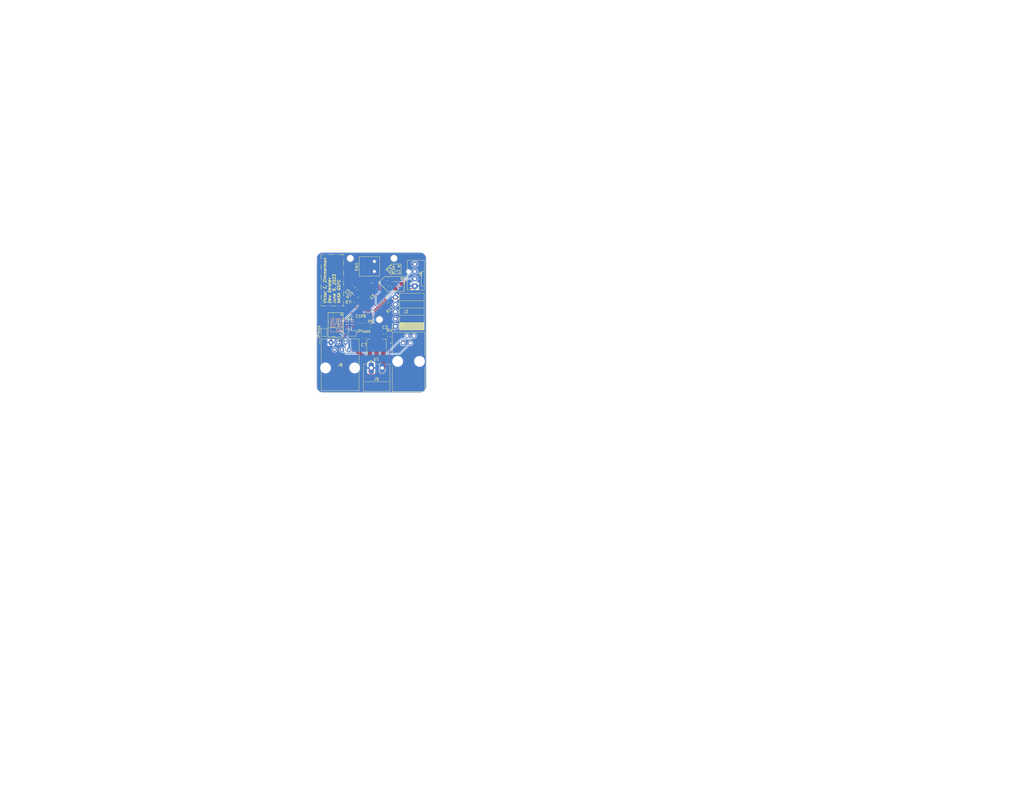
<source format=kicad_pcb>
(kicad_pcb (version 20221018) (generator pcbnew)
  (layers (0 "F.Cu" signal) (31 "B.Cu" signal) (34 "B.Paste" user) (35 "F.Paste" user) (36 "B.SilkS" user "B.Silkscreen") (37 "F.SilkS" user "F.Silkscreen") (38 "B.Mask" user) (39 "F.Mask" user) (44 "Edge.Cuts" user))
  (net 0 "")
  (net 1 "+12C")
  (net 2 "Earth")
  (net 3 "PIN6")
  (net 4 "PIN2")
  (net 5 "+3V3")
  (net 6 "SDA")
  (net 7 "SCL")
  (net 8 "+12V")
  (net 9 "MOSFET")
  (net 10 "Net-(U1-ADJ)")
  (net 11 "Net-(U3-NRST)")
  (net 12 "Net-(Q1-G)")
  (net 13 "OSCIN")
  (net 18 "Net-(C4-Pad2)")
  (net 19 "OSCOUT")
  (net 38 "/SWIO")
  (net 39 "/SWCLK")
  (net 46 "WET2")
  (net 47 "WET1")
  (net 48 "/Boot")
  (net 50 "PA0")
  (net 53 "PB5")
  (footprint "footprints:BEL_SS-6444-NF" (layer "F.Cu") (at 123.952 124.311)
    (fp_text reference "J3" (at -2.475 -12.805) (layer "F.SilkS"))
    (fp_text value "4P4C")
    (pad "" np_thru_hole circle (at -3.81 0) (size 3.25 3.25) (drill 3.25) (layers "*.Cu" "*.Mask"))
    (pad "" np_thru_hole circle (at 3.81 0) (size 3.25 3.25) (drill 3.25) (layers "*.Cu" "*.Mask"))
    (pad "1" thru_hole rect (at -1.905 -6.35) (size 1.478 1.478) (drill 0.97) (layers "*.Cu" "*.Mask"))
    (pad "2" thru_hole circle (at -0.635 -8.89) (size 1.478 1.478) (drill 0.97) (layers "*.Cu" "*.Mask"))
    (pad "3" thru_hole circle (at 0.635 -6.35) (size 1.478 1.478) (drill 0.97) (layers "*.Cu" "*.Mask") (net 46 "WET2"))
    (pad "4" thru_hole circle (at 1.905 -8.89) (size 1.478 1.478) (drill 0.97) (layers "*.Cu" "*.Mask") (net 47 "WET1"))
  )
  (footprint "footprints:228EJVAYFR" (layer "F.Cu") (at 110.320431 91.2114 -90)
    (fp_text reference "SW1" (at 0.127 4.478631 90 unlocked) (layer "F.SilkS"))
    (fp_text value "SW_Push" hide)
    (fp_circle (center -1.75 -1.7) (end -1.25 -1.7) (stroke (width 0.12)) (fill none) (layer "Edge.Cuts"))
    (fp_circle (center 1.75 -1.7) (end 2.25 -1.7) (stroke (width 0.12)) (fill none) (layer "Edge.Cuts"))
    (pad "1" smd roundrect (at -3.175 -2.5 270) (size 2.2 1) (layers "F.Cu" "F.Paste" "F.Mask") (roundrect_rratio 0.1) (net 2 "Earth"))
    (pad "2" smd roundrect (at 3.175 -0.9 270) (size 2.2 1) (layers "F.Cu" "F.Paste" "F.Mask") (roundrect_rratio 0.1) (net 11 "Net-(U3-NRST)"))
    (pad "3" smd roundrect (at -3.175 -0.9 270) (size 2.2 1) (layers "F.Cu" "F.Paste" "F.Mask") (roundrect_rratio 0.1))
    (pad "3" smd roundrect (at 3.175 -2.5 270) (size 2.2 1) (layers "F.Cu" "F.Paste" "F.Mask") (roundrect_rratio 0.1))
    (pad "5" smd roundrect (at 3.175 0.9 270) (size 2.2 1) (layers "F.Cu" "F.Paste" "F.Mask") (roundrect_rratio 0.1))
    (pad "6" smd roundrect (at -3.175 2.5 270) (size 2.2 1) (layers "F.Cu" "F.Paste" "F.Mask") (roundrect_rratio 0.1))
    (pad "7" smd roundrect (at 3.175 2.5 270) (size 2.2 1) (layers "F.Cu" "F.Paste" "F.Mask") (roundrect_rratio 0.1))
  )
  (footprint "Resistor_SMD:R_0603_1608Metric_Pad0.98x0.95mm_HandSolder" (layer "F.Cu") (at 108.204 110.9472 -90)
    (fp_text reference "R6" (at -2.4384 0.0254 -180) (layer "F.SilkS"))
    (fp_text value "R" hide)
    (pad "1" smd roundrect (at -0.9125 0 270) (size 0.975 0.95) (layers "F.Cu" "F.Paste" "F.Mask") (net 2 "Earth"))
    (pad "2" smd roundrect (at 0.9125 0 270) (size 0.975 0.95) (layers "F.Cu" "F.Paste" "F.Mask") (net 10 "Net-(U1-ADJ)"))
  )
  (footprint "Resistor_SMD:R_0603_1608Metric_Pad0.98x0.95mm_HandSolder" (layer "F.Cu") (at 104.5718 103.6828 -90)
    (fp_text reference "R7" (at 0.0254 1.6764 -180) (layer "F.SilkS"))
    (fp_text value "1.5k" hide)
    (pad "1" smd roundrect (at -0.9125 0 270) (size 0.975 0.95) (layers "F.Cu" "F.Paste" "F.Mask") (net 2 "Earth"))
    (pad "2" smd roundrect (at 0.9125 0 270) (size 0.975 0.95) (layers "F.Cu" "F.Paste" "F.Mask") (net 50 "PA0"))
  )
  (footprint "Package_TO_SOT_SMD:SOT-23" (layer "F.Cu") (at 97.8685 114.046)
    (fp_text reference "Q1" (at 1.5619 -0.7186) (layer "B.SilkS") (effects (justify mirror)))
    (fp_text value "MOSFET N-CH" hide)
    (pad "1" smd roundrect (at -0.9375 -0.95) (size 1.475 0.6) (layers "F.Cu" "F.Paste" "F.Mask") (net 12 "Net-(Q1-G)"))
    (pad "2" smd roundrect (at -0.9375 0.95) (size 1.475 0.6) (layers "F.Cu" "F.Paste" "F.Mask") (net 2 "Earth"))
    (pad "3" smd roundrect (at 0.9375 0) (size 1.475 0.6) (layers "F.Cu" "F.Paste" "F.Mask") (net 9 "MOSFET"))
  )
  (footprint "Resistor_SMD:R_0603_1608Metric_Pad0.98x0.95mm_HandSolder" (layer "F.Cu") (at 96.7232 110.5897 90)
    (fp_text reference "R1" (at -1.2391 3.4946 90) (layer "B.SilkS") (effects (justify mirror)))
    (fp_text value "R" hide)
    (pad "1" smd roundrect (at -0.9125 0 90) (size 0.975 0.95) (layers "F.Cu" "F.Paste" "F.Mask") (net 12 "Net-(Q1-G)"))
    (pad "2" smd roundrect (at 0.9125 0 90) (size 0.975 0.95) (layers "F.Cu" "F.Paste" "F.Mask") (net 3 "PIN6"))
  )
  (footprint "Resistor_SMD:R_0603_1608Metric_Pad0.98x0.95mm_HandSolder" (layer "F.Cu") (at 97.6376 108.1532 180)
    (fp_text reference "R3" (at -1.8182 -2.0754) (layer "B.SilkS") (effects (justify mirror)))
    (fp_text value "R" hide)
    (pad "1" smd roundrect (at -0.9125 0 180) (size 0.975 0.95) (layers "F.Cu" "F.Paste" "F.Mask") (net 2 "Earth"))
    (pad "2" smd roundrect (at 0.9125 0 180) (size 0.975 0.95) (layers "F.Cu" "F.Paste" "F.Mask") (net 3 "PIN6"))
  )
  (footprint "Capacitor_SMD:C_0603_1608Metric_Pad1.08x0.95mm_HandSolder" (layer "F.Cu") (at 106.4768 110.8964 90)
    (fp_text reference "C1" (at 2.3114 -0.0762 180) (layer "F.SilkS"))
    (fp_text value "C" hide)
    (pad "1" smd roundrect (at -0.8625 0 90) (size 1.075 0.95) (layers "F.Cu" "F.Paste" "F.Mask") (net 8 "+12V"))
    (pad "2" smd roundrect (at 0.8625 0 90) (size 1.075 0.95) (layers "F.Cu" "F.Paste" "F.Mask") (net 2 "Earth"))
  )
  (footprint "Package_QFP:LQFP-48_7x7mm_P0.5mm" (layer "F.Cu") (at 111.252 101.9048 -135)
    (fp_text reference "U3" (at -0.053882 0.017961 45) (layer "F.SilkS"))
    (fp_text value "STM32F103C6Tx" hide)
    (pad "1" smd roundrect (at -4.1625 -2.75 225) (size 1.475 0.3) (layers "F.Cu" "F.Paste" "F.Mask"))
    (pad "2" smd roundrect (at -4.1625 -2.25 225) (size 1.475 0.3) (layers "F.Cu" "F.Paste" "F.Mask"))
    (pad "3" smd roundrect (at -4.1625 -1.75 225) (size 1.475 0.3) (layers "F.Cu" "F.Paste" "F.Mask"))
    (pad "4" smd roundrect (at -4.1625 -1.25 225) (size 1.475 0.3) (layers "F.Cu" "F.Paste" "F.Mask"))
    (pad "5" smd roundrect (at -4.1625 -0.75 225) (size 1.475 0.3) (layers "F.Cu" "F.Paste" "F.Mask") (net 13 "OSCIN"))
    (pad "6" smd roundrect (at -4.1625 -0.25 225) (size 1.475 0.3) (layers "F.Cu" "F.Paste" "F.Mask") (net 19 "OSCOUT"))
    (pad "7" smd roundrect (at -4.1625 0.25 225) (size 1.475 0.3) (layers "F.Cu" "F.Paste" "F.Mask") (net 11 "Net-(U3-NRST)"))
    (pad "8" smd roundrect (at -4.1625 0.75 225) (size 1.475 0.3) (layers "F.Cu" "F.Paste" "F.Mask") (net 2 "Earth"))
    (pad "9" smd roundrect (at -4.1625 1.25 225) (size 1.475 0.3) (layers "F.Cu" "F.Paste" "F.Mask") (net 5 "+3V3"))
    (pad "10" smd roundrect (at -4.1625 1.75 225) (size 1.475 0.3) (layers "F.Cu" "F.Paste" "F.Mask"))
    (pad "11" smd roundrect (at -4.1625 2.25 225) (size 1.475 0.3) (layers "F.Cu" "F.Paste" "F.Mask"))
    (pad "12" smd roundrect (at -4.1625 2.75 225) (size 1.475 0.3) (layers "F.Cu" "F.Paste" "F.Mask"))
    (pad "13" smd roundrect (at -2.75 4.1625 225) (size 0.3 1.475) (layers "F.Cu" "F.Paste" "F.Mask"))
    (pad "14" smd roundrect (at -2.25 4.1625 225) (size 0.3 1.475) (layers "F.Cu" "F.Paste" "F.Mask"))
    (pad "15" smd roundrect (at -1.75 4.1625 225) (size 0.3 1.475) (layers "F.Cu" "F.Paste" "F.Mask"))
    (pad "16" smd roundrect (at -1.25 4.1625 225) (size 0.3 1.475) (layers "F.Cu" "F.Paste" "F.Mask"))
    (pad "17" smd roundrect (at -0.75 4.1625 225) (size 0.3 1.475) (layers "F.Cu" "F.Paste" "F.Mask"))
    (pad "18" smd roundrect (at -0.25 4.1625 225) (size 0.3 1.475) (layers "F.Cu" "F.Paste" "F.Mask"))
    (pad "19" smd roundrect (at 0.25 4.1625 225) (size 0.3 1.475) (layers "F.Cu" "F.Paste" "F.Mask"))
    (pad "20" smd roundrect (at 0.75 4.1625 225) (size 0.3 1.475) (layers "F.Cu" "F.Paste" "F.Mask"))
    (pad "21" smd roundrect (at 1.25 4.1625 225) (size 0.3 1.475) (layers "F.Cu" "F.Paste" "F.Mask"))
    (pad "22" smd roundrect (at 1.75 4.1625 225) (size 0.3 1.475) (layers "F.Cu" "F.Paste" "F.Mask"))
    (pad "23" smd roundrect (at 2.25 4.1625 225) (size 0.3 1.475) (layers "F.Cu" "F.Paste" "F.Mask") (net 2 "Earth"))
    (pad "24" smd roundrect (at 2.75 4.1625 225) (size 0.3 1.475) (layers "F.Cu" "F.Paste" "F.Mask") (net 5 "+3V3"))
    (pad "25" smd roundrect (at 4.1625 2.75 225) (size 1.475 0.3) (layers "F.Cu" "F.Paste" "F.Mask"))
    (pad "26" smd roundrect (at 4.1625 2.25 225) (size 1.475 0.3) (layers "F.Cu" "F.Paste" "F.Mask"))
    (pad "27" smd roundrect (at 4.1625 1.75 225) (size 1.475 0.3) (layers "F.Cu" "F.Paste" "F.Mask"))
    (pad "28" smd roundrect (at 4.1625 1.25 225) (size 1.475 0.3) (layers "F.Cu" "F.Paste" "F.Mask"))
    (pad "29" smd roundrect (at 4.1625 0.75 225) (size 1.475 0.3) (layers "F.Cu" "F.Paste" "F.Mask") (net 50 "PA0"))
    (pad "30" smd roundrect (at 4.1625 0.25 225) (size 1.475 0.3) (layers "F.Cu" "F.Paste" "F.Mask"))
    (pad "31" smd roundrect (at 4.1625 -0.25 225) (size 1.475 0.3) (layers "F.Cu" "F.Paste" "F.Mask") (net 3 "PIN6"))
    (pad "32" smd roundrect (at 4.1625 -0.75 225) (size 1.475 0.3) (layers "F.Cu" "F.Paste" "F.Mask") (net 53 "PB5"))
    (pad "33" smd roundrect (at 4.1625 -1.25 225) (size 1.475 0.3) (layers "F.Cu" "F.Paste" "F.Mask"))
    (pad "34" smd roundrect (at 4.1625 -1.75 225) (size 1.475 0.3) (layers "F.Cu" "F.Paste" "F.Mask") (net 38 "/SWIO"))
    (pad "35" smd roundrect (at 4.1625 -2.25 225) (size 1.475 0.3) (layers "F.Cu" "F.Paste" "F.Mask") (net 2 "Earth"))
    (pad "36" smd roundrect (at 4.1625 -2.75 225) (size 1.475 0.3) (layers "F.Cu" "F.Paste" "F.Mask") (net 5 "+3V3"))
    (pad "37" smd roundrect (at 2.75 -4.1625 225) (size 0.3 1.475) (layers "F.Cu" "F.Paste" "F.Mask") (net 39 "/SWCLK"))
    (pad "38" smd roundrect (at 2.25 -4.1625 225) (size 0.3 1.475) (layers "F.Cu" "F.Paste" "F.Mask"))
    (pad "39" smd roundrect (at 1.75 -4.1625 225) (size 0.3 1.475) (layers "F.Cu" "F.Paste" "F.Mask"))
    (pad "40" smd roundrect (at 1.25 -4.1625 225) (size 0.3 1.475) (layers "F.Cu" "F.Paste" "F.Mask") (net 3 "PIN6"))
    (pad "41" smd roundrect (at 0.75 -4.1625 225) (size 0.3 1.475) (layers "F.Cu" "F.Paste" "F.Mask"))
    (pad "42" smd roundrect (at 0.25 -4.1625 225) (size 0.3 1.475) (layers "F.Cu" "F.Paste" "F.Mask") (net 7 "SCL"))
    (pad "43" smd roundrect (at -0.25 -4.1625 225) (size 0.3 1.475) (layers "F.Cu" "F.Paste" "F.Mask") (net 6 "SDA"))
    (pad "44" smd roundrect (at -0.75 -4.1625 225) (size 0.3 1.475) (layers "F.Cu" "F.Paste" "F.Mask") (net 48 "/Boot"))
    (pad "45" smd roundrect (at -1.25 -4.1625 225) (size 0.3 1.475) (layers "F.Cu" "F.Paste" "F.Mask"))
    (pad "46" smd roundrect (at -1.75 -4.1625 225) (size 0.3 1.475) (layers "F.Cu" "F.Paste" "F.Mask"))
    (pad "47" smd roundrect (at -2.25 -4.1625 225) (size 0.3 1.475) (layers "F.Cu" "F.Paste" "F.Mask") (net 2 "Earth"))
    (pad "48" smd roundrect (at -2.75 -4.1625 225) (size 0.3 1.475) (layers "F.Cu" "F.Paste" "F.Mask") (net 5 "+3V3"))
  )
  (footprint "Connector_PinSocket_2.54mm:PinSocket_1x05_P2.54mm_Horizontal" (layer "F.Cu") (at 119.3292 112.0648 180)
    (fp_text reference "J2" (at -3.683 5.0546) (layer "F.SilkS"))
    (fp_text value "Connector to BME280")
    (pad "1" thru_hole rect (at 0 0 180) (size 1.7 1.7) (drill 1) (layers "*.Cu" "*.Mask") (net 5 "+3V3"))
    (pad "2" thru_hole oval (at 0 2.54 180) (size 1.7 1.7) (drill 1) (layers "*.Cu" "*.Mask") (net 6 "SDA"))
    (pad "3" thru_hole oval (at 0 5.08 180) (size 1.7 1.7) (drill 1) (layers "*.Cu" "*.Mask") (net 7 "SCL"))
    (pad "4" thru_hole oval (at 0 7.62 180) (size 1.7 1.7) (drill 1) (layers "*.Cu" "*.Mask"))
    (pad "5" thru_hole oval (at 0 10.16 180) (size 1.7 1.7) (drill 1) (layers "*.Cu" "*.Mask") (net 2 "Earth"))
  )
  (footprint "Crystal:Crystal_SMD_3225-4Pin_3.2x2.5mm" (layer "F.Cu") (at 120.4038 98.1084 180)
    (fp_text reference "Y1" (at 0.0332 5.119) (layer "F.SilkS"))
    (fp_text value "Crystal_GND24_Small" hide)
    (pad "1" smd rect (at -1.1 0.85 180) (size 1.4 1.2) (layers "F.Cu" "F.Paste" "F.Mask") (net 19 "OSCOUT"))
    (pad "2" smd rect (at 1.1 0.85 180) (size 1.4 1.2) (layers "F.Cu" "F.Paste" "F.Mask") (net 2 "Earth"))
    (pad "3" smd rect (at 1.1 -0.85 180) (size 1.4 1.2) (layers "F.Cu" "F.Paste" "F.Mask") (net 13 "OSCIN"))
    (pad "4" smd rect (at -1.1 -0.85 180) (size 1.4 1.2) (layers "F.Cu" "F.Paste" "F.Mask") (net 2 "Earth"))
  )
  (footprint "Capacitor_SMD:C_0603_1608Metric_Pad1.08x0.95mm_HandSolder" (layer "F.Cu") (at 104.64772 97.89188 -135)
    (fp_text reference "C5" (at 2.873286 -0.107763 45) (layer "F.SilkS"))
    (fp_text value "C" hide)
    (pad "1" smd roundrect (at -0.8625 0 225) (size 1.075 0.95) (layers "F.Cu" "F.Paste" "F.Mask") (net 11 "Net-(U3-NRST)"))
    (pad "2" smd roundrect (at 0.8625 0 225) (size 1.075 0.95) (layers "F.Cu" "F.Paste" "F.Mask") (net 2 "Earth"))
  )
  (footprint "Resistor_SMD:R_0603_1608Metric_Pad0.98x0.95mm_HandSolder" (layer "F.Cu") (at 117.5004 98.1456 90)
    (fp_text reference "R2" (at 5.2832 1.1938 270) (layer "F.SilkS"))
    (fp_text value "R" hide)
    (pad "1" smd roundrect (at -0.9125 0 90) (size 0.975 0.95) (layers "F.Cu" "F.Paste" "F.Mask") (net 13 "OSCIN"))
    (pad "2" smd roundrect (at 0.9125 0 90) (size 0.975 0.95) (layers "F.Cu" "F.Paste" "F.Mask") (net 19 "OSCOUT"))
  )
  (footprint "Capacitor_SMD:C_0603_1608Metric_Pad1.08x0.95mm_HandSolder" (layer "F.Cu") (at 98.552 110.5905 90)
    (fp_text reference "C2" (at -1.3399 0.2688 -90) (layer "B.SilkS") (effects (justify mirror)))
    (fp_text value "C" hide)
    (pad "1" smd roundrect (at -0.8625 0 90) (size 1.075 0.95) (layers "F.Cu" "F.Paste" "F.Mask") (net 1 "+12C"))
    (pad "2" smd roundrect (at 0.8625 0 90) (size 1.075 0.95) (layers "F.Cu" "F.Paste" "F.Mask") (net 2 "Earth"))
  )
  (footprint "Jumper:SolderJumper-2_P1.3mm_Open_Pad1.0x1.5mm" (layer "F.Cu") (at 94.488 114.188 90)
    (fp_text reference "JPmos" (at 0 -1.8 90) (layer "F.SilkS"))
    (fp_text value "SolderJumper_2_Open" hide)
    (pad "1" smd rect (at -0.65 0 90) (size 1 1.5) (layers "F.Cu" "F.Mask") (net 2 "Earth"))
    (pad "2" smd rect (at 0.65 0 90) (size 1 1.5) (layers "F.Cu" "F.Mask") (net 9 "MOSFET"))
  )
  (footprint "Diode_SMD:D_SOD-323" (layer "F.Cu") (at 100.33 110.651 90)
    (fp_text reference "D1" (at -1.1524 -2.8046 -90) (layer "B.SilkS") (effects (justify mirror)))
    (fp_text value "D_Schottky" hide)
    (pad "1" smd roundrect (at -1.05 0 90) (size 0.6 0.45) (layers "F.Cu" "F.Paste" "F.Mask") (net 1 "+12C"))
    (pad "2" smd roundrect (at 1.05 0 90) (size 0.6 0.45) (layers "F.Cu" "F.Paste" "F.Mask") (net 2 "Earth"))
  )
  (footprint "Connector_RJ:RJ12_Amphenol_54601" (layer "F.Cu") (at 96.906 117.706)
    (fp_text reference "J8" (at 3.1954 7.8462) (layer "F.SilkS"))
    (fp_text value "6P6C")
    (pad "" np_thru_hole circle (at -1.91 8.89) (size 3.25 3.25) (drill 3.25) (layers "*.Cu" "*.Mask"))
    (pad "" np_thru_hole circle (at 8.25 8.89) (size 3.25 3.25) (drill 3.25) (layers "*.Cu" "*.Mask"))
    (pad "1" thru_hole rect (at 0 0) (size 1.52 1.52) (drill 0.76) (layers "*.Cu" "*.Mask") (net 2 "Earth"))
    (pad "2" thru_hole circle (at 1.27 2.54) (size 1.52 1.52) (drill 0.76) (layers "*.Cu" "*.Mask") (net 4 "PIN2"))
    (pad "3" thru_hole circle (at 2.54 0) (size 1.52 1.52) (drill 0.76) (layers "*.Cu" "*.Mask") (net 1 "+12C"))
    (pad "4" thru_hole circle (at 3.81 2.54) (size 1.52 1.52) (drill 0.76) (layers "*.Cu" "*.Mask") (net 46 "WET2"))
    (pad "5" thru_hole circle (at 5.08 0) (size 1.52 1.52) (drill 0.76) (layers "*.Cu" "*.Mask") (net 47 "WET1"))
    (pad "6" thru_hole circle (at 6.35 2.54) (size 1.52 1.52) (drill 0.76) (layers "*.Cu" "*.Mask") (net 9 "MOSFET"))
  )
  (footprint "Resistor_SMD:R_0603_1608Metric_Pad0.98x0.95mm_HandSolder" (layer "F.Cu") (at 105.725035 98.973565 -135)
    (fp_text reference "R10" (at 3.211446 0 -135) (layer "F.SilkS"))
    (fp_text value "10k" hide)
    (pad "1" smd roundrect (at -0.9125 0 225) (size 0.975 0.95) (layers "F.Cu" "F.Paste" "F.Mask") (net 11 "Net-(U3-NRST)"))
    (pad "2" smd roundrect (at 0.9125 0 225) (size 0.975 0.95) (layers "F.Cu" "F.Paste" "F.Mask") (net 5 "+3V3"))
  )
  (footprint "Resistor_SMD:R_0603_1608Metric_Pad0.98x0.95mm_HandSolder" (layer "F.Cu") (at 117.337765 104.226435 45)
    (fp_text reference "R11" (at -1.404406 1.490723 45) (layer "F.SilkS"))
    (fp_text value "100K" hide)
    (pad "1" smd roundrect (at -0.9125 0 45) (size 0.975 0.95) (layers "F.Cu" "F.Paste" "F.Mask") (net 48 "/Boot"))
    (pad "2" smd roundrect (at 0.9125 0 45) (size 0.975 0.95) (layers "F.Cu" "F.Paste" "F.Mask") (net 2 "Earth"))
  )
  (footprint "Resistor_SMD:R_0603_1608Metric_Pad0.98x0.95mm_HandSolder" (layer "F.Cu") (at 117.221 115.7224 90)
    (fp_text reference "R4" (at 2.2098 0.0254 180) (layer "F.SilkS"))
    (fp_text value "R" hide)
    (pad "1" smd roundrect (at -0.9125 0 90) (size 0.975 0.95) (layers "F.Cu" "F.Paste" "F.Mask") (net 4 "PIN2"))
    (pad "2" smd roundrect (at 0.9125 0 90) (size 0.975 0.95) (layers "F.Cu" "F.Paste" "F.Mask") (net 5 "+3V3"))
  )
  (footprint "Connector:FanPinHeader_1x04_P2.54mm_Vertical" (layer "F.Cu") (at 126.0856 98.044 90)
    (fp_text reference "J6" (at 4.0894 2.032 90) (layer "F.SilkS"))
    (fp_text value "Conn_01x04_Socket")
    (pad "" np_thru_hole circle (at 5.08 -2.16 180) (size 1.1 1.1) (drill 1.1) (layers "*.Cu" "*.Mask"))
    (pad "1" thru_hole rect (at 0 0 180) (size 2.03 1.73) (drill 1.02) (layers "*.Cu" "*.Mask") (net 2 "Earth"))
    (pad "2" thru_hole oval (at 2.54 0 180) (size 2.03 1.73) (drill 1.02) (layers "*.Cu" "*.Mask") (net 39 "/SWCLK"))
    (pad "3" thru_hole oval (at 5.08 0 180) (size 2.03 1.73) (drill 1.02) (layers "*.Cu" "*.Mask") (net 38 "/SWIO"))
    (pad "4" thru_hole oval (at 7.62 0 180) (size 2.03 1.73) (drill 1.02) (layers "*.Cu" "*.Mask") (net 5 "+3V3"))
  )
  (footprint "Capacitor_SMD:C_0603_1608Metric_Pad1.08x0.95mm_HandSolder" (layer "F.Cu") (at 108.331 116.1796 -90)
    (fp_text reference "C7" (at 2.4141 0 -180) (layer "F.SilkS"))
    (fp_text value "C" hide)
    (pad "1" smd roundrect (at -0.8625 0 270) (size 1.075 0.95) (layers "F.Cu" "F.Paste" "F.Mask") (net 5 "+3V3"))
    (pad "2" smd roundrect (at 0.8625 0 270) (size 1.075 0.95) (layers "F.Cu" "F.Paste" "F.Mask") (net 10 "Net-(U1-ADJ)"))
  )
  (footprint "Package_TO_SOT_SMD:SOT-223-3_TabPin2" (layer "F.Cu") (at 112.776 118.466 90)
    (fp_text reference "U1" (at -5.0288 -0.0254 180) (layer "F.SilkS"))
    (fp_text value "AMS1117" hide)
    (pad "1" smd rect (at -3.15 -2.3 90) (size 2 1.5) (layers "F.Cu" "F.Paste" "F.Mask") (net 10 "Net-(U1-ADJ)"))
    (pad "2" smd rect (at -3.15 0 90) (size 2 1.5) (layers "F.Cu" "F.Paste" "F.Mask") (net 5 "+3V3"))
    (pad "2" smd rect (at 3.15 0 90) (size 2 3.8) (layers "F.Cu" "F.Paste" "F.Mask") (net 5 "+3V3"))
    (pad "3" smd rect (at -3.15 2.3 90) (size 2 1.5) (layers "F.Cu" "F.Paste" "F.Mask") (net 8 "+12V"))
  )
  (footprint "Capacitor_SMD:C_0603_1608Metric_Pad1.08x0.95mm_HandSolder" (layer "F.Cu") (at 115.6716 114.7561 90)
    (fp_text reference "C3" (at 2.3103 0.0254 180) (layer "F.SilkS"))
    (fp_text value "C")
    (pad "1" smd roundrect (at -0.8625 0 90) (size 1.075 0.95) (layers "F.Cu" "F.Paste" "F.Mask") (net 8 "+12V"))
    (pad "2" smd roundrect (at 0.8625 0 90) (size 1.075 0.95) (layers "F.Cu" "F.Paste" "F.Mask") (net 2 "Earth"))
  )
  (footprint "Capacitor_SMD:C_0603_1608Metric_Pad1.08x0.95mm_HandSolder" (layer "F.Cu") (at 115.6716 97.8408 135)
    (fp_text reference "C4" (at 2.640195 4.831378 135) (layer "F.SilkS"))
    (fp_text value "C" hide)
    (pad "1" smd roundrect (at -0.8625 0 135) (size 1.075 0.95) (layers "F.Cu" "F.Paste" "F.Mask") (net 13 "OSCIN"))
    (pad "2" smd roundrect (at 0.8625 0 135) (size 1.075 0.95) (layers "F.Cu" "F.Paste" "F.Mask") (net 18 "Net-(C4-Pad2)"))
  )
  (footprint "Connector_Phoenix_MC:PhoenixContact_MC_1,5_2-G-3.81_1x02_P3.81mm_Horizontal" (layer "F.Cu") (at 110.926 126.6075)
    (fp_text reference "J5" (at 1.8246 3.8723) (layer "F.SilkS"))
    (fp_text value "Connector to power supply")
    (pad "1" thru_hole roundrect (at 0 0) (size 1.8 3.6) (drill 1.2) (layers "*.Cu" "*.Mask") (roundrect_rratio 0.138889) (net 2 "Earth"))
    (pad "2" thru_hole oval (at 3.81 0) (size 1.8 3.6) (drill 1.2) (layers "*.Cu" "*.Mask") (net 8 "+12V"))
  )
  (footprint "Capacitor_SMD:C_0603_1608Metric_Pad1.08x0.95mm_HandSolder" (layer "F.Cu") (at 116.6114 95.631 180)
    (fp_text reference "C6" (at -1.6764 4.2418) (layer "F.SilkS"))
    (fp_text value "C" hide)
    (pad "1" smd roundrect (at -0.8625 0 180) (size 1.075 0.95) (layers "F.Cu" "F.Paste" "F.Mask") (net 19 "OSCOUT"))
    (pad "2" smd roundrect (at 0.8625 0 180) (size 1.075 0.95) (layers "F.Cu" "F.Paste" "F.Mask") (net 18 "Net-(C4-Pad2)"))
  )
  (footprint "Package_DFN_QFN:DFN-12-1EP_3x3mm_P0.5mm_EP1.6x2.5mm_ThermalVias" (layer "F.Cu") (at 103.477 111.44 180)
    (fp_text reference "U2" (at -0.028 2.4486) (layer "F.SilkS"))
    (fp_text value "~" hide)
    (pad "1" smd roundrect (at -1.425 -1.25 180) (size 0.85 0.25) (layers "F.Cu" "F.Paste" "F.Mask") (net 8 "+12V"))
    (pad "2" smd roundrect (at -1.425 -0.75 180) (size 0.85 0.25) (layers "F.Cu" "F.Paste" "F.Mask") (net 8 "+12V"))
    (pad "3" smd roundrect (at -1.425 -0.25 180) (size 0.85 0.25) (layers "F.Cu" "F.Paste" "F.Mask"))
    (pad "4" smd roundrect (at -1.425 0.25 180) (size 0.85 0.25) (layers "F.Cu" "F.Paste" "F.Mask"))
    (pad "5" smd roundrect (at -1.425 0.75 180) (size 0.85 0.25) (layers "F.Cu" "F.Paste" "F.Mask") (net 3 "PIN6"))
    (pad "6" smd roundrect (at -1.425 1.25 180) (size 0.85 0.25) (layers "F.Cu" "F.Paste" "F.Mask") (net 2 "Earth"))
    (pad "7" smd roundrect (at 1.425 1.25 180) (size 0.85 0.25) (layers "F.Cu" "F.Paste" "F.Mask") (net 2 "Earth"))
    (pad "8" smd roundrect (at 1.425 0.75 180) (size 0.85 0.25) (layers "F.Cu" "F.Paste" "F.Mask") (net 50 "PA0"))
    (pad "9" smd roundrect (at 1.425 0.25 180) (size 0.85 0.25) (layers "F.Cu" "F.Paste" "F.Mask") (net 53 "PB5"))
    (pad "10" smd roundrect (at 1.425 -0.25 180) (size 0.85 0.25) (layers "F.Cu" "F.Paste" "F.Mask"))
    (pad "11" smd roundrect (at 1.425 -0.75 180) (size 0.85 0.25) (layers "F.Cu" "F.Paste" "F.Mask") (net 1 "+12C"))
    (pad "12" smd roundrect (at 1.425 -1.25 180) (size 0.85 0.25) (layers "F.Cu" "F.Paste" "F.Mask") (net 1 "+12C"))
    (pad "13" thru_hole circle (at -0.5 -0.95 180) (size 0.6 0.6) (drill 0.3) (layers "*.Cu") (net 2 "Earth"))
    (pad "13" thru_hole circle (at -0.5 0 180) (size 0.6 0.6) (drill 0.3) (layers "*.Cu") (net 2 "Earth"))
    (pad "13" thru_hole circle (at -0.5 0.95 180) (size 0.6 0.6) (drill 0.3) (layers "*.Cu") (net 2 "Earth"))
    (pad "13" smd rect (at 0 0 180) (size 1.6 2.5) (layers "F.Cu") (net 2 "Earth"))
    (pad "13" smd rect (at 0 0 180) (size 1.6 2.5) (layers "F.Cu" "F.Mask") (net 2 "Earth"))
    (pad "13" thru_hole circle (at 0.5 -0.95 180) (size 0.6 0.6) (drill 0.3) (layers "*.Cu") (net 2 "Earth"))
    (pad "13" thru_hole circle (at 0.5 0 180) (size 0.6 0.6) (drill 0.3) (layers "*.Cu") (net 2 "Earth"))
    (pad "13" thru_hole circle (at 0.5 0.95 180) (size 0.6 0.6) (drill 0.3) (layers "*.Cu") (net 2 "Earth"))
  )
  (footprint "Jumper:SolderJumper-2_P1.3mm_Open_Pad1.0x1.5mm" (layer "F.Cu") (at 104.252 114.554 180)
    (fp_text reference "JPload" (at -3.952 0.762 180) (layer "F.SilkS"))
    (fp_text value "SolderJumper_2_Open" hide)
    (pad "1" smd rect (at -0.65 0 180) (size 1 1.5) (layers "F.Cu" "F.Mask") (net 8 "+12V"))
    (pad "2" smd rect (at 0.65 0 180) (size 1 1.5) (layers "F.Cu" "F.Mask") (net 1 "+12C"))
  )
  (footprint "Resistor_SMD:R_0603_1608Metric_Pad0.98x0.95mm_HandSolder" (layer "F.Cu") (at 110.6913 111.8597)
    (fp_text reference "R5" (at 0 -1.43) (layer "F.SilkS"))
    (fp_text value "R" hide)
    (pad "1" smd roundrect (at -0.9125 0) (size 0.975 0.95) (layers "F.Cu" "F.Paste" "F.Mask") (net 10 "Net-(U1-ADJ)"))
    (pad "2" smd roundrect (at 0.9125 0) (size 0.975 0.95) (layers "F.Cu" "F.Paste" "F.Mask") (net 5 "+3V3"))
  )
  (gr_rect (start 96.79605 109.3904) (end 100.94715 114.037424) (stroke (width 0.15)) (fill none) (layer "B.SilkS"))
  (gr_line (start 97.5 110.35921) (end 97.5 109.64079) (stroke (width 0.15)) (layer "B.SilkS"))
  (gr_circle (center 97.5 110) (end 97.246 110.254) (stroke (width 0.15)) (fill none) (layer "B.SilkS"))
  (gr_line (start 117.5766 93.8276) (end 121.3104 93.8276) (stroke (width 0.15)) (layer "F.SilkS"))
  (gr_line (start 120.4038 99.9128) (end 122.4026 99.8982) (stroke (width 0.15)) (layer "F.SilkS"))
  (gr_line (start 121.2088 95.4024) (end 121.92722 95.4024) (stroke (width 0.15)) (layer "F.SilkS"))
  (gr_line (start 122.4038 99.8356) (end 122.4038 96.3812) (stroke (width 0.15)) (layer "F.SilkS"))
  (gr_circle (center 100.5586 107.95) (end 100.8126 108.204) (stroke (width 0.15)) (fill none) (layer "F.SilkS"))
  (gr_line (start 100.5586 107.59079) (end 100.5586 108.30921) (stroke (width 0.15)) (layer "F.SilkS"))
  (gr_line (start 116.967 94.6912) (end 120.3452 94.6912) (stroke (width 0.15)) (layer "F.SilkS"))
  (gr_line (start 120.18919 91.1606) (end 120.90761 91.1606) (stroke (width 0.15)) (layer "F.SilkS"))
  (gr_line (start 120.3452 94.6912) (end 122.428 94.6912) (stroke (width 0.15)) (layer "F.SilkS"))
  (gr_line (start 117.9322 90.3732) (end 121.3104 90.3732) (stroke (width 0.15)) (layer "F.SilkS"))
  (gr_line (start 116.0272 92.2782) (end 117.5766 93.8276) (stroke (width 0.15)) (layer "F.SilkS"))
  (gr_line (start 122.428 94.6912) (end 122.4038 96.3812) (stroke (width 0.15)) (layer "F.SilkS"))
  (gr_line (start 113.5126 96.774) (end 113.7285 96.6089) (stroke (width 0.15)) (layer "F.SilkS"))
  (gr_line (start 113.7285 96.6089) (end 115.6335 94.7039) (stroke (width 0.15)) (layer "F.SilkS"))
  (gr_line (start 115.6335 94.7039) (end 116.967 94.6912) (stroke (width 0.15)) (layer "F.SilkS"))
  (gr_line (start 115.1206 98.3634) (end 116.67 99.9128) (stroke (width 0.15)) (layer "F.SilkS"))
  (gr_circle (center 120.5484 91.1606) (end 120.8024 90.9066) (stroke (width 0.15)) (fill none) (layer "F.SilkS"))
  (gr_circle (center 121.56801 95.4024) (end 121.82201 95.1484) (stroke (width 0.15)) (fill none) (layer "F.SilkS"))
  (gr_line (start 116.67 99.9128) (end 120.4038 99.9128) (stroke (width 0.15)) (layer "F.SilkS"))
  (gr_line (start 115.1206 98.3634) (end 113.5126 96.774) (stroke (width 0.15)) (layer "F.SilkS"))
  (gr_line (start 116.0272 92.2782) (end 117.9322 90.3732) (stroke (width 0.15)) (layer "F.SilkS"))
  (gr_line (start 121.3104 93.8276) (end 121.3104 90.3732) (stroke (width 0.15)) (layer "F.SilkS"))
  (gr_rect (start 95.885 107.2896) (end 101.1682 115.8748) (stroke (width 0.15)) (fill none) (layer "F.SilkS"))
  (gr_arc (start 93.98 135.128) (mid 92.54316 134.532841) (end 91.948 133.096) (stroke (width 0.15)) (layer "Edge.Cuts"))
  (gr_line (start 130.048 133.096) (end 130.048 88.392) (stroke (width 0.15)) (layer "Edge.Cuts"))
  (gr_line (start 128.016 86.36) (end 93.98 86.36) (stroke (width 0.15)) (layer "Edge.Cuts"))
  (gr_circle (center 118.872 88.392) (end 120.007923 88.392) (stroke (width 0.2)) (fill none) (layer "Edge.Cuts"))
  (gr_line (start 93.98 135.128) (end 128.016 135.128) (stroke (width 0.15)) (layer "Edge.Cuts"))
  (gr_line (start 91.948 88.392) (end 91.948 133.096) (stroke (width 0.15)) (layer "Edge.Cuts"))
  (gr_arc (start 130.048 133.096) (mid 129.452841 134.53284) (end 128.016 135.128) (stroke (width 0.15)) (layer "Edge.Cuts"))
  (gr_arc (start 128.016 86.36) (mid 129.45284 86.955159) (end 130.048 88.392) (stroke (width 0.15)) (layer "Edge.Cuts"))
  (gr_circle (center 103.632 88.392) (end 104.767923 88.392) (stroke (width 0.2)) (fill none) (layer "Edge.Cuts"))
  (gr_circle (center 113.792 109.728) (end 114.927923 109.728) (stroke (width 0.2)) (fill none) (layer "Edge.Cuts"))
  (gr_arc (start 91.948 88.392) (mid 92.543159 86.95516) (end 93.98 86.36) (stroke (width 0.15)) (layer "Edge.Cuts"))
  (gr_text_box "Victor E. Zimmerman\nDew Deleter\nJune 9, 2023\nNASA GSFC" (start 93.472 104.9782) (end 101.2952 87.0458) (angle 90) (layer "F.SilkS") (effects (font (size 1 1) (thickness 0.2) bold italic) (justify left top)) (stroke (width 0.15) (type dash_dot_dot)))
  (segment (start 102.052 113.004) (end 102.052 112.365) (width 0.7) (layer "F.Cu") (net 1))
  (segment (start 103.602 114.554) (end 102.052 113.004) (width 0.7) (layer "F.Cu") (net 1))
  (segment (start 101.202 112.365) (end 102.052 112.365) (width 0.7) (layer "F.Cu") (net 1))
  (segment (start 102.598 114.554) (end 103.602 114.554) (width 0.7) (layer "F.Cu") (net 1))
  (segment (start 101.1395 112.3025) (end 101.202 112.365) (width 0.7) (layer "F.Cu") (net 1))
  (segment (start 100.082 111.453) (end 100.33 111.701) (width 0.7) (layer "F.Cu") (net 1))
  (segment (start 99.446 117.706) (end 102.598 114.554) (width 0.7) (layer "F.Cu") (net 1))
  (segment (start 100.33 111.701) (end 100.9315 112.3025) (width 0.7) (layer "F.Cu") (net 1))
  (segment (start 98.552 111.453) (end 100.082 111.453) (width 0.7) (layer "F.Cu") (net 1))
  (segment (start 100.9315 112.3025) (end 101.1395 112.3025) (width 0.7) (layer "F.Cu") (net 1))
  (segment (start 96.931 114.996) (end 96.931 117.681) (width 0.7) (layer "F.Cu") (net 2))
  (segment (start 104.9782 101.244306) (end 104.9782 101.2698) (width 0.2032) (layer "F.Cu") (net 2))
  (segment (start 109.899658 106.507572) (end 108.204 108.20323) (width 0.2032) (layer "F.Cu") (net 2))
  (segment (start 104.902 110.19) (end 104.277 110.19) (width 0.2032) (layer "F.Cu") (net 2))
  (segment (start 104.03784 100.303946) (end 104.9782 101.244306) (width 0.2032) (layer "F.Cu") (net 2))
  (segment (start 115.6716 112.507809) (end 117.503009 110.6764) (width 0.2032) (layer "F.Cu") (net 2))
  (segment (start 120.9262 103.5018) (end 119.3292 101.9048) (width 0.2032) (layer "F.Cu") (net 2))
  (segment (start 102.977 110.49) (end 102.677 110.19) (width 0.2032) (layer "F.Cu") (net 2))
  (segment (start 100.203 109.728) (end 100.33 109.601) (width 0.2032) (layer "F.Cu") (net 2))
  (segment (start 112.820431 88.0364) (end 114.2318 88.0364) (width 0.25) (layer "F.Cu") (net 2))
  (segment (start 120.9262 109.556409) (end 120.9262 103.5018) (width 0.2032) (layer "F.Cu") (net 2))
  (segment (start 119.3038 97.2584) (end 119.4038 97.2584) (width 0.2032) (layer "F.Cu") (net 2))
  (segment (start 124.2394 98.044) (end 126.0856 98.044) (width 0.25) (layer "F.Cu") (net 2))
  (segment (start 109.899658 106.439122) (end 109.899658 106.507572) (width 0.2032) (layer "F.Cu") (net 2))
  (segment (start 105.963615 99.386659) (end 105.078716 98.50176) (width 0.2032) (layer "F.Cu") (net 2))
  (segment (start 121.5038 98.9584) (end 125.1712 98.9584) (width 0.2032) (layer "F.Cu") (net 2))
  (segment (start 98.552 109.728) (end 100.203 109.728) (width 0.2032) (layer "F.Cu") (net 2))
  (segment (start 104.03784 98.50176) (end 104.03784 100.303946) (width 0.2032) (layer "F.Cu") (net 2))
  (segment (start 117.503009 110.6764) (end 119.806209 110.6764) (width 0.2032) (layer "F.Cu") (net 2))
  (segment (start 105.963615 99.798395) (end 105.963615 99.386659) (width 0.2032) (layer "F.Cu") (net 2))
  (segment (start 117.983 103.5812) (end 117.983 103.251) (width 0.2032) (layer "F.Cu") (net 2))
  (segment (start 106.717678 100.552458) (end 105.963615 99.798395) (width 0.2032) (layer "F.Cu") (net 2))
  (segment (start 117.983 103.251) (end 119.3292 101.9048) (width 0.2032) (layer "F.Cu") (net 2))
  (segment (start 98.5501 109.7261) (end 98.552 109.728) (width 0.2032) (layer "F.Cu") (net 2))
  (segment (start 117.762521 103.801679) (end 116.330859 103.801679) (width 0.2032) (layer "F.Cu") (net 2))
  (segment (start 106.4768 110.0339) (end 108.2032 110.0339) (width 0.2032) (layer "F.Cu") (net 2))
  (segment (start 115.6716 113.8936) (end 115.6716 112.507809) (width 0.2032) (layer "F.Cu") (net 2))
  (segment (start 105.078716 98.50176) (end 104.03784 98.50176) (width 0.2032) (layer "F.Cu") (net 2))
  (segment (start 94.488 114.838) (end 94.646 114.996) (width 0.7) (layer "F.Cu") (net 2))
  (segment (start 101.463 109.601) (end 102.052 110.19) (width 0.2032) (layer "F.Cu") (net 2))
  (segment (start 108.204 108.20323) (end 108.204 110.0347) (width 0.2032) (layer "F.Cu") (net 2))
  (segment (start 115.786322 103.257142) (end 116.330859 103.801679) (width 0.2032) (layer "F.Cu") (net 2))
  (segment (start 105.003694 101.2698) (end 105.537997 101.804103) (width 0.2032) (layer "F.Cu") (net 2))
  (segment (start 94.646 114.996) (end 96.931 114.996) (width 0.7) (layer "F.Cu") (net 2))
  (segment (start 119.806209 110.6764) (end 120.9262 109.556409) (width 0.2032) (layer "F.Cu") (net 2))
  (segment (start 104.9782 101.2698) (end 105.003694 101.2698) (width 0.2032) (layer "F.Cu") (net 2))
  (segment (start 100.33 109.601) (end 101.463 109.601) (width 0.2032) (layer "F.Cu") (net 2))
  (segment (start 104.5718 102.7703) (end 105.537997 101.804103) (width 0.2032) (layer "F.Cu") (net 2))
  (segment (start 96.931 117.681) (end 96.906 117.706) (width 0.7) (layer "F.Cu") (net 2))
  (segment (start 108.2032 110.0339) (end 108.204 110.0347) (width 0.2032) (layer "F.Cu") (net 2))
  (segment (start 121.5038 99.7302) (end 121.5038 98.9584) (width 0.2032) (layer "F.Cu") (net 2))
  (segment (start 106.3207 110.19) (end 106.4768 110.0339) (width 0.2032) (layer "F.Cu") (net 2))
  (segment (start 117.983 103.5812) (end 117.762521 103.801679) (width 0.2032) (layer "F.Cu") (net 2))
  (segment (start 102.677 110.19) (end 102.052 110.19) (width 0.2032) (layer "F.Cu") (net 2))
  (segment (start 104.902 110.19) (end 106.3207 110.19) (width 0.2032) (layer "F.Cu") (net 2))
  (segment (start 125.1712 98.9584) (end 126.0856 98.044) (width 0.2032) (layer "F.Cu") (net 2))
  (segment (start 114.2318 88.0364) (end 124.2394 98.044) (width 0.25) (layer "F.Cu") (net 2))
  (segment (start 119.4038 97.2584) (end 121.1038 98.9584) (width 0.2032) (layer "F.Cu") (net 2))
  (segment (start 113.036531 99.059609) (end 112.769108 99.059609) (width 0.2032) (layer "F.Cu") (net 2))
  (segment (start 119.3292 101.9048) (end 121.5038 99.7302) (width 0.2032) (layer "F.Cu") (net 2))
  (segment (start 113.665002 98.431138) (end 113.036531 99.059609) (width 0.2032) (layer "F.Cu") (net 2))
  (segment (start 104.277 110.19) (end 103.977 110.49) (width 0.2032) (layer "F.Cu") (net 2))
  (segment (start 121.1038 98.9584) (end 121.5038 98.9584) (width 0.2032) (layer "F.Cu") (net 2))
  (segment (start 98.5501 108.1532) (end 98.5501 109.7261) (width 0.2032) (layer "F.Cu") (net 2))
  (via (at 104.9782 101.2698) (size 0.4064) (drill 0.254) (layers "F.Cu" "B.Cu") (net 2))
  (via (at 112.769108 99.059609) (size 0.4064) (drill 0.254) (layers "F.Cu" "B.Cu") (net 2))
  (segment (start 109.029983 104.480371) (end 112.059805 104.480371) (width 0.2032) (layer "F.Cu") (net 3))
  (segment (start 108.485445 105.024909) (end 107.940908 105.569446) (width 0.2032) (layer "F.Cu") (net 3))
  (segment (start 105.832997 110.69) (end 106.039397 110.8964) (width 0.2032) (layer "F.Cu") (net 3))
  (segment (start 108.485445 105.024909) (end 109.029983 104.480371) (width 0.2032) (layer "F.Cu") (net 3))
  (segment (start 107.940908 105.569446) (end 99.308854 105.569446) (width 0.2032) (layer "F.Cu") (net 3))
  (segment (start 104.902 110.69) (end 105.832997 110.69) (width 0.2032) (layer "F.Cu") (net 3))
  (segment (start 109.6772 110.8964) (end 113.855986 106.717614) (width 0.2032) (layer "F.Cu") (net 3))
  (segment (start 96.7251 108.1532) (end 96.7251 109.6753) (width 0.2032) (layer "F.Cu") (net 3))
  (segment (start 112.059805 104.480371) (end 113.311449 105.732015) (width 0.2032) (layer "F.Cu") (net 3))
  (segment (start 113.855986 106.276552) (end 113.311449 105.732015) (width 0.2032) (layer "F.Cu") (net 3))
  (segment (start 96.7251 109.6753) (end 96.7232 109.6772) (width 0.2032) (layer "F.Cu") (net 3))
  (segment (start 99.308854 105.569446) (end 96.7251 108.1532) (width 0.2032) (layer "F.Cu") (net 3))
  (segment (start 106.039397 110.8964) (end 109.6772 110.8964) (width 0.2032) (layer "F.Cu") (net 3))
  (segment (start 113.855986 106.717614) (end 113.855986 106.276552) (width 0.2032) (layer "F.Cu") (net 3))
  (segment (start 115.233719 128.7091) (end 117.221 126.721819) (width 0.2032) (layer "F.Cu") (net 4))
  (segment (start 98.176 120.246) (end 98.176 122.411335) (width 0.2032) (layer "F.Cu") (net 4))
  (segment (start 98.176 122.411335) (end 104.473765 128.7091) (width 0.2032) (layer "F.Cu") (net 4))
  (segment (start 117.221 126.721819) (end 117.221 116.6349) (width 0.2032) (layer "F.Cu") (net 4))
  (segment (start 104.473765 128.7091) (end 115.233719 128.7091) (width 0.2032) (layer "F.Cu") (net 4))
  (segment (start 108.3321 115.316) (end 112.776 115.316) (width 0.2032) (layer "F.Cu") (net 5))
  (segment (start 114.686837 101.450549) (end 116.139876 102.903588) (width 0.2032) (layer "F.Cu") (net 5))
  (segment (start 113.3125 114.7795) (end 117.1906 114.7795) (width 0.2032) (layer "F.Cu") (net 5))
  (segment (start 111.6038 110.824) (end 111.6076 110.8202) (width 0.2032) (layer "F.Cu") (net 5))
  (segment (start 112.522 101.450549) (end 114.686837 101.450549) (width 0.2032) (layer "F.Cu") (net 5))
  (segment (start 117.1906 114.7795) (end 117.221 114.8099) (width 0.2032) (layer "F.Cu") (net 5))
  (segment (start 112.776 113.0319) (end 111.6038 111.8597) (width 0.2032) (layer "F.Cu") (net 5))
  (segment (start 106.364124 100.906012) (end 106.908661 101.450549) (width 0.2032) (layer "F.Cu") (net 5))
  (segment (start 113.855986 97.533048) (end 113.855986 96.7994) (width 0.2032) (layer "F.Cu") (net 5))
  (segment (start 112.776 118.872) (end 112.776 115.316) (width 0.2032) (layer "F.Cu") (net 5))
  (segment (start 108.331 115.3171) (end 108.3321 115.316) (width 0.2032) (layer "F.Cu") (net 5))
  (segment (start 106.908661 101.450549) (end 112.522 101.450549) (width 0.2032) (layer "F.Cu") (net 5))
  (segment (start 111.6076 108.147064) (end 110.253212 106.792676) (width 0.2032) (layer "F.Cu") (net 5))
  (segment (start 113.311449 98.077585) (end 113.855986 97.533048) (width 0.2032) (layer "F.Cu") (net 5))
  (segment (start 112.776 121.616) (end 112.776 118.872) (width 0.2032) (layer "F.Cu") (net 5))
  (segment (start 112.776 115.316) (end 113.3125 114.7795) (width 0.2032) (layer "F.Cu") (net 5))
  (segment (start 105.0798 99.621688) (end 106.364124 100.906012) (width 0.2032) (layer "F.Cu") (net 5))
  (segment (start 117.221 114.173) (end 119.3292 112.0648) (width 0.2032) (layer "F.Cu") (net 5))
  (segment (start 111.0996 105.9434) (end 111.0996 105.946288) (width 0.2032) (layer "F.Cu") (net 5))
  (segment (start 105.0798 99.6188) (end 105.0798 99.621688) (width 0.2032) (layer "F.Cu") (net 5))
  (segment (start 112.776 115.316) (end 112.776 113.0319) (width 0.2032) (layer "F.Cu") (net 5))
  (segment (start 111.0996 105.946288) (end 110.253212 106.792676) (width 0.2032) (layer "F.Cu") (net 5))
  (segment (start 111.6076 108.1786) (end 111.6076 108.147064) (width 0.2032) (layer "F.Cu") (net 5))
  (segment (start 111.6038 111.8597) (end 111.6038 110.824) (width 0.2032) (layer "F.Cu") (net 5))
  (segment (start 117.221 114.8099) (end 117.221 114.173) (width 0.2032) (layer "F.Cu") (net 5))
  (via (at 112.522 101.450549) (size 0.4064) (drill 0.254) (layers "F.Cu" "B.Cu") (net 5))
  (via (at 113.855986 96.7994) (size 0.4064) (drill 0.254) (layers "F.Cu" "B.Cu") (net 5))
  (via (at 111.6076 110.8202) (size 0.4064) (drill 0.254) (layers "F.Cu" "B.Cu") (net 5))
  (via (at 111.6076 108.1786) (size 0.4064) (drill 0.254) (layers "F.Cu" "B.Cu") (net 5))
  (via (at 111.0996 105.9434) (size 0.4064) (drill 0.254) (layers "F.Cu" "B.Cu") (net 5))
  (segment (start 113.855986 96.7994) (end 118.7958 96.7994) (width 0.2032) (layer "B.Cu") (net 5))
  (segment (start 112.522 101.450549) (end 112.522 104.521) (width 0.2032) (layer "B.Cu") (net 5))
  (segment (start 113.855986 100.116563) (end 112.522 101.450549) (width 0.2032) (layer "B.Cu") (net 5))
  (segment (start 118.7958 96.7994) (end 125.1712 90.424) (width 0.2032) (layer "B.Cu") (net 5))
  (segment (start 125.1712 90.424) (end 126.0856 90.424) (width 0.2032) (layer "B.Cu") (net 5))
  (segment (start 113.855986 96.7994) (end 113.855986 100.116563) (width 0.2032) (layer "B.Cu") (net 5))
  (segment (start 111.6076 110.8202) (end 111.6076 108.1786) (width 0.2032) (layer "B.Cu") (net 5))
  (segment (start 112.522 104.521) (end 111.0996 105.9434) (width 0.2032) (layer "B.Cu") (net 5))
  (segment (start 120.523 108.331) (end 119.3292 109.5248) (width 0.2032) (layer "F.Cu") (net 6))
  (segment (start 115.456239 105.755485) (end 119.728494 105.755485) (width 0.2032) (layer "F.Cu") (net 6))
  (segment (start 120.523 106.549991) (end 120.523 108.331) (width 0.2032) (layer "F.Cu") (net 6))
  (segment (start 119.728494 105.755485) (end 120.523 106.549991) (width 0.2032) (layer "F.Cu") (net 6))
  (segment (start 114.372109 104.671355) (end 115.456239 105.755485) (width 0.2032) (layer "F.Cu") (net 6))
  (segment (start 115.978446 106.9848) (end 119.3292 106.9848) (width 0.2032) (layer "F.Cu") (net 7))
  (segment (start 114.018555 105.024909) (end 115.978446 106.9848) (width 0.2032) (layer "F.Cu") (net 7))
  (segment (start 115.076 121.616) (end 115.076 122.966) (width 1.5) (layer "F.Cu") (net 8))
  (segment (start 115.6716 115.6186) (end 115.6716 121.0204) (width 0.7) (layer "F.Cu") (net 8))
  (segment (start 115.076 122.022) (end 115.076 126.2675) (width 1.5) (layer "F.Cu") (net 8))
  (segment (start 108.956121 123.566) (end 106.376299 120.986178) (width 1.5) (layer "F.Cu") (net 8))
  (segment (start 114.476 123.566) (end 108.956121 123.566) (width 1.5) (layer "F.Cu") (net 8))
  (segment (start 105.918 114.554) (end 105.052 114.554) (width 1.5) (layer "F.Cu") (net 8))
  (segment (start 106.376299 120.986178) (end 106.376299 115.012299) (width 1.5) (layer "F.Cu") (net 8))
  (segment (start 106.376299 115.012299) (end 105.918 114.554) (width 1.5) (layer "F.Cu") (net 8))
  (segment (start 115.6716 121.0204) (end 115.076 121.616) (width 0.7) (layer "F.Cu") (net 8))
  (segment (start 106.4768 111.7589) (end 105.9332 112.3025) (width 0.7) (layer "F.Cu") (net 8))
  (segment (start 104.902 114.554) (end 104.902 112.365) (width 0.7) (layer "F.Cu") (net 8))
  (segment (start 105.518206 112.365) (end 104.902 112.365) (width 0.7) (layer "F.Cu") (net 8))
  (segment (start 105.9332 112.3025) (end 105.580706 112.3025) (width 0.7) (layer "F.Cu") (net 8))
  (segment (start 115.076 126.2675) (end 114.736 126.6075) (width 1.5) (layer "F.Cu") (net 8))
  (segment (start 105.580706 112.3025) (end 105.518206 112.365) (width 0.7) (layer "F.Cu") (net 8))
  (segment (start 115.076 122.966) (end 114.476 123.566) (width 1.5) (layer "F.Cu") (net 8))
  (segment (start 94.488 113.538) (end 95.645551 113.538) (width 0.7) (layer "F.Cu") (net 9))
  (segment (start 96.053551 113.946) (end 98.706 113.946) (width 0.7) (layer "F.Cu") (net 9))
  (segment (start 95.645551 113.538) (end 96.053551 113.946) (width 0.7) (layer "F.Cu") (net 9))
  (segment (start 98.706 113.946) (end 98.806 114.046) (width 0.7) (layer "F.Cu") (net 9))
  (segment (start 98.806 114.046) (end 100.4824 114.046) (width 0.7) (layer "F.Cu") (net 9))
  (via (at 100.4824 114.046) (size 0.8) (drill 0.4) (layers "F.Cu" "B.Cu") (net 9))
  (segment (start 103.296 117.16338) (end 103.296 120.206) (width 0.7) (layer "B.Cu") (net 9))
  (segment (start 100.4824 114.046) (end 100.4824 114.34978) (width 0.7) (layer "B.Cu") (net 9))
  (segment (start 100.4824 114.34978) (end 103.296 117.16338) (width 0.7) (layer "B.Cu") (net 9))
  (segment (start 103.296 120.206) (end 103.256 120.246) (width 0.7) (layer "B.Cu") (net 9))
  (segment (start 107.5544 112.5093) (end 108.204 111.8597) (width 0.2032) (layer "F.Cu") (net 10))
  (segment (start 109.7788 111.8597) (end 108.204 111.8597) (width 0.2032) (layer "F.Cu") (net 10))
  (segment (start 110.476 119.1871) (end 110.476 121.616) (width 0.2032) (layer "F.Cu") (net 10))
  (segment (start 108.331 117.0421) (end 107.5544 116.2655) (width 0.2032) (layer "F.Cu") (net 10))
  (segment (start 107.5544 116.2655) (end 107.5544 112.5093) (width 0.2032) (layer "F.Cu") (net 10))
  (segment (start 108.331 117.0421) (end 110.476 119.1871) (width 0.2032) (layer "F.Cu") (net 10))
  (segment (start 111.200264 96.118833) (end 111.220431 96.139) (width 0.2032) (layer "F.Cu") (net 11))
  (segment (start 112.488483 99.587271) (end 113.24048 99.587271) (width 0.2032) (layer "F.Cu") (net 11))
  (segment (start 106.37027 98.32833) (end 108.579767 96.118833) (width 0.2032) (layer "F.Cu") (net 11))
  (segment (start 108.579767 96.118833) (end 111.200264 96.118833) (width 0.2032) (layer "F.Cu") (net 11))
  (segment (start 111.220431 98.319219) (end 112.488483 99.587271) (width 0.2032) (layer "F.Cu") (net 11))
  (segment (start 111.220431 96.139) (end 111.220431 98.319219) (width 0.2032) (layer "F.Cu") (net 11))
  (segment (start 105.32394 97.282) (end 106.37027 98.32833) (width 0.2032) (layer "F.Cu") (net 11))
  (segment (start 111.220431 94.3864) (end 111.220431 96.139) (width 0.2032) (layer "F.Cu") (net 11))
  (segment (start 105.2576 97.282) (end 105.32394 97.282) (width 0.2032) (layer "F.Cu") (net 11))
  (segment (start 114.018555 98.809196) (end 114.018555 98.784691) (width 0.2032) (layer "F.Cu") (net 11))
  (segment (start 113.24048 99.587271) (end 114.018555 98.809196) (width 0.2032) (layer "F.Cu") (net 11))
  (segment (start 96.7232 112.8882) (end 96.931 113.096) (width 0.2032) (layer "F.Cu") (net 12))
  (segment (start 96.7232 111.5022) (end 96.7232 112.8882) (width 0.2032) (layer "F.Cu") (net 12))
  (segment (start 115.76678 98.45068) (end 116.28148 98.45068) (width 0.2032) (layer "F.Cu") (net 13))
  (segment (start 116.818258 99.0581) (end 117.5004 99.0581) (width 0.2032) (layer "F.Cu") (net 13))
  (segment (start 116.28148 98.45068) (end 116.28148 98.521322) (width 0.2032) (layer "F.Cu") (net 13))
  (segment (start 116.28148 98.521322) (end 116.818258 99.0581) (width 0.2032) (layer "F.Cu") (net 13))
  (segment (start 117.5004 99.0581) (end 119.2041 99.0581) (width 0.2032) (layer "F.Cu") (net 13))
  (segment (start 119.2041 99.0581) (end 119.3038 98.9584) (width 0.2032) (layer "F.Cu") (net 13))
  (segment (start 114.725662 99.491798) (end 115.76678 98.45068) (width 0.2032) (layer "F.Cu") (net 13))
  (segment (start 115.06172 96.31818) (end 115.7489 95.631) (width 0.2032) (layer "F.Cu") (net 18))
  (segment (start 115.06172 97.23092) (end 115.06172 96.31818) (width 0.2032) (layer "F.Cu") (net 18))
  (segment (start 117.4739 95.631) (end 117.6509 95.631) (width 0.2032) (layer "F.Cu") (net 19))
  (segment (start 120.6022 96.3568) (end 121.5038 97.2584) (width 0.2032) (layer "F.Cu") (net 19))
  (segment (start 114.372109 99.138245) (end 116.277254 97.2331) (width 0.2032) (layer "F.Cu") (net 19))
  (segment (start 118.3767 96.3568) (end 120.6022 96.3568) (width 0.2032) (layer "F.Cu") (net 19))
  (segment (start 117.6509 95.631) (end 118.3767 96.3568) (width 0.2032) (layer "F.Cu") (net 19))
  (segment (start 116.277254 97.2331) (end 117.5004 97.2331) (width 0.2032) (layer "F.Cu") (net 19))
  (segment (start 117.5004 97.2331) (end 118.3767 96.3568) (width 0.2032) (layer "F.Cu") (net 19))
  (segment (start 109.546105 106.085569) (end 109.546105 106.099895) (width 0.2032) (layer "F.Cu") (net 38))
  (segment (start 109.546105 106.099895) (end 108.5342 107.1118) (width 0.2032) (layer "F.Cu") (net 38))
  (via (at 108.5342 107.1118) (size 0.4064) (drill 0.254) (layers "F.Cu" "B.Cu") (net 38))
  (segment (start 108.5342 107.1118) (end 111.052855 107.1118) (width 0.2032) (layer "B.Cu") (net 38))
  (segment (start 111.052855 107.1118) (end 125.200655 92.964) (width 0.2032) (layer "B.Cu") (net 38))
  (segment (start 125.200655 92.964) (end 126.0856 92.964) (width 0.2032) (layer "B.Cu") (net 38))
  (segment (start 112.250788 106.798812) (end 111.633 107.4166) (width 0.2032) (layer "F.Cu") (net 39))
  (segment (start 112.250788 106.792676) (end 112.250788 106.798812) (width 0.2032) (layer "F.Cu") (net 39))
  (via (at 111.633 107.4166) (size 0.4064) (drill 0.254) (layers "F.Cu" "B.Cu") (net 39))
  (segment (start 123.5456 95.504) (end 126.0856 95.504) (width 0.2032) (layer "B.Cu") (net 39))
  (segment (start 111.633 107.4166) (end 123.5456 95.504) (width 0.2032) (layer "B.Cu") (net 39))
  (segment (start 120.837699 121.710301) (end 124.587 117.961) (width 0.2032) (layer "B.Cu") (net 46))
  (segment (start 102.180301 121.710301) (end 120.837699 121.710301) (width 0.2032) (layer "B.Cu") (net 46))
  (segment (start 100.716 120.246) (end 102.180301 121.710301) (width 0.2032) (layer "B.Cu") (net 46))
  (segment (start 101.986 120.47733) (end 102.81627 121.3076) (width 0.2032) (layer "B.Cu") (net 47))
  (segment (start 121.4652 116.4616) (end 124.8164 116.4616) (width 0.2032) (layer "B.Cu") (net 47))
  (segment (start 124.8164 116.4616) (end 125.857 115.421) (width 0.2032) (layer "B.Cu") (net 47))
  (segment (start 102.81627 121.3076) (end 116.6192 121.3076) (width 0.2032) (layer "B.Cu") (net 47))
  (segment (start 101.986 117.706) (end 101.986 120.47733) (width 0.2032) (layer "B.Cu") (net 47))
  (segment (start 116.6192 121.3076) (end 121.4652 116.4616) (width 0.2032) (layer "B.Cu") (net 47))
  (segment (start 115.27953 104.87167) (end 116.69253 104.87167) (width 0.2032) (layer "F.Cu") (net 48))
  (segment (start 114.725662 104.317802) (end 115.27953 104.87167) (width 0.2032) (layer "F.Cu") (net 48))
  (segment (start 107.11794 104.9782) (end 106.2228 104.9782) (width 0.2032) (layer "F.Cu") (net 50))
  (segment (start 106.2228 104.9782) (end 104.9547 104.9782) (width 0.2032) (layer "F.Cu") (net 50))
  (segment (start 107.778338 104.317802) (end 107.11794 104.9782) (width 0.2032) (layer "F.Cu") (net 50))
  (segment (start 104.9547 104.9782) (end 104.5718 104.5953) (width 0.2032) (layer "F.Cu") (net 50))
  (segment (start 102.052 110.69) (end 101.4444 110.69) (width 0.2032) (layer "F.Cu") (net 50))
  (segment (start 101.4444 110.69) (end 101.0412 110.2868) (width 0.2032) (layer "F.Cu") (net 50))
  (via (at 101.0412 110.2868) (size 0.4064) (drill 0.254) (layers "F.Cu" "B.Cu") (net 50))
  (via (at 106.2228 104.9782) (size 0.4064) (drill 0.254) (layers "F.Cu" "B.Cu") (net 50))
  (segment (start 101.0412 110.2868) (end 106.2228 105.1052) (width 0.2032) (layer "B.Cu") (net 50))
  (segment (start 106.2228 105.1052) (end 106.2228 104.9782) (width 0.2032) (layer "B.Cu") (net 50))
  (segment (start 97.6376 110.288303) (end 97.6376 108.077) (width 0.2032) (layer "F.Cu") (net 53))
  (segment (start 97.916397 110.5671) (end 97.6376 110.288303) (width 0.2032) (layer "F.Cu") (net 53))
  (segment (start 100.117602 110.5671) (end 97.916397 110.5671) (width 0.2032) (layer "F.Cu") (net 53))
  (segment (start 102.052 111.19) (end 100.740502 111.19) (width 0.2032) (layer "F.Cu") (net 53))
  (segment (start 106.84086 107.3766) (end 98.076797 107.3766) (width 0.2032) (layer "F.Cu") (net 53))
  (segment (start 108.838998 105.378462) (end 106.84086 107.3766) (width 0.2032) (layer "F.Cu") (net 53))
  (segment (start 100.740502 111.19) (end 100.117602 110.5671) (width 0.2032) (layer "F.Cu") (net 53))
  (segment (start 98.076797 107.3766) (end 97.6376 107.815797) (width 0.2032) (layer "F.Cu") (net 53))
  (segment (start 97.6376 107.815797) (end 97.6376 108.077) (width 0.2032) (layer "F.Cu") (net 53))
  (zone (net 2) (net_name "Earth") (layer "B.Cu") (connect_pads thru_hole_only (clearance 0.1778)) (min_thickness 0.25) (fill yes (thermal_gap 0.5) (thermal_bridge_width 0.5))
    (polygon (pts (xy 213.0044 -1.7018) (xy 338.4042 272.415) (xy -18.4404 181.2544) (xy -5.8674 40.5892)))
  )
)
</source>
